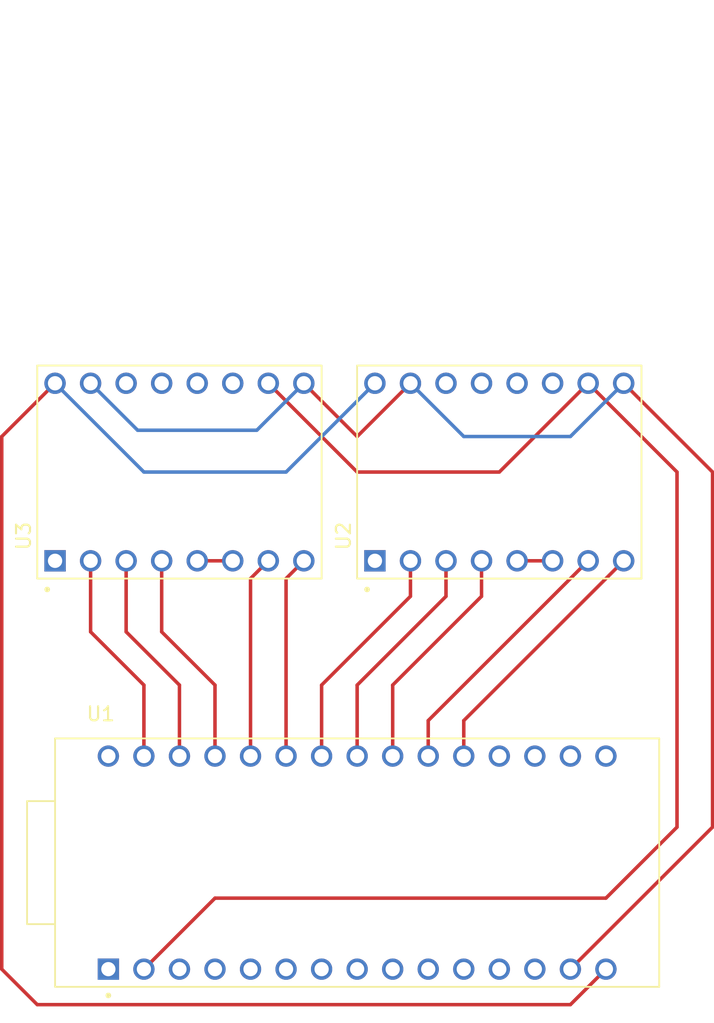
<source format=kicad_pcb>
(kicad_pcb (version 20221018) (generator pcbnew)
  (layers (0 "F.Cu" signal) (31 "B.Cu" signal) (34 "B.Paste" user) (35 "F.Paste" user) (36 "B.SilkS" user "B.Silkscreen") (37 "F.SilkS" user "F.Silkscreen") (38 "B.Mask" user) (39 "F.Mask" user) (44 "Edge.Cuts" user))
  (net 0 "")
  (net 2 "Net-(J1-Pin_3)")
  (net 3 "Net-(J1-Pin_4)")
  (net 4 "Net-(J1-Pin_2)")
  (net 5 "Net-(J1-Pin_1)")
  (net 23 "VDD")
  (net 24 "GND")
  (net 25 "VCC")
  (net 26 "Net-(U2-~{RESET})")
  (net 27 "Net-(U3-~{RESET})")
  (net 28 "/D2")
  (net 29 "/D3")
  (net 30 "/D4")
  (net 31 "/D5")
  (net 32 "/D6")
  (net 33 "/D7")
  (net 34 "/D8")
  (net 35 "/D9")
  (net 36 "/D10")
  (net 37 "/D11")
  (net 38 "Net-(J3-Pin_2)")
  (net 39 "Net-(J3-Pin_1)")
  (net 40 "Net-(J3-Pin_3)")
  (net 41 "Net-(J3-Pin_4)")
  (footprint "A4988_STEPPER_MOTOR_DRIVER_CARRIER:MODULE_A4988_STEPPER_MOTOR_DRIVER_CARRIER" (layer "F.Cu") (at 142.24 99.06 90)
    (fp_text reference "U3" (at -4.575 -11.135 90) (layer "F.SilkS"))
    (fp_text value "A4988_STEPPER_MOTOR_DRIVER_CARRIER")
    (fp_line (start -7.62 -10.16) (end 7.62 -10.16) (stroke (width 0.127)) (layer "F.SilkS"))
    (fp_line (start -7.62 10.16) (end -7.62 -10.16) (stroke (width 0.127)) (layer "F.SilkS"))
    (fp_line (start 7.62 -10.16) (end 7.62 10.16) (stroke (width 0.127)) (layer "F.SilkS"))
    (fp_line (start 7.62 10.16) (end -7.62 10.16) (stroke (width 0.127)) (layer "F.SilkS"))
    (fp_circle (center -8.4 -9.45) (end -8.3 -9.45) (stroke (width 0.2)) (fill none) (layer "F.SilkS"))
    (pad "1" thru_hole rect (at -6.35 -8.89 90) (size 1.53 1.53) (drill 1.02) (layers "*.Cu" "*.Mask"))
    (pad "2" thru_hole circle (at -6.35 -6.35 90) (size 1.53 1.53) (drill 1.02) (layers "*.Cu" "*.Mask") (net 37 "/D11"))
    (pad "3" thru_hole circle (at -6.35 -3.81 90) (size 1.53 1.53) (drill 1.02) (layers "*.Cu" "*.Mask") (net 36 "/D10"))
    (pad "4" thru_hole circle (at -6.35 -1.27 90) (size 1.53 1.53) (drill 1.02) (layers "*.Cu" "*.Mask") (net 35 "/D9"))
    (pad "5" thru_hole circle (at -6.35 1.27 90) (size 1.53 1.53) (drill 1.02) (layers "*.Cu" "*.Mask") (net 27 "Net-(U3-~{RESET})"))
    (pad "6" thru_hole circle (at -6.35 3.81 90) (size 1.53 1.53) (drill 1.02) (layers "*.Cu" "*.Mask") (net 27 "Net-(U3-~{RESET})"))
    (pad "7" thru_hole circle (at -6.35 6.35 90) (size 1.53 1.53) (drill 1.02) (layers "*.Cu" "*.Mask") (net 34 "/D8"))
    (pad "8" thru_hole circle (at -6.35 8.89 90) (size 1.53 1.53) (drill 1.02) (layers "*.Cu" "*.Mask") (net 33 "/D7"))
    (pad "9" thru_hole circle (at 6.35 8.89 90) (size 1.53 1.53) (drill 1.02) (layers "*.Cu" "*.Mask") (net 24 "GND"))
    (pad "10" thru_hole circle (at 6.35 6.35 90) (size 1.53 1.53) (drill 1.02) (layers "*.Cu" "*.Mask") (net 23 "VDD"))
    (pad "11" thru_hole circle (at 6.35 3.81 90) (size 1.53 1.53) (drill 1.02) (layers "*.Cu" "*.Mask") (net 4 "Net-(J1-Pin_2)"))
    (pad "12" thru_hole circle (at 6.35 1.27 90) (size 1.53 1.53) (drill 1.02) (layers "*.Cu" "*.Mask") (net 5 "Net-(J1-Pin_1)"))
    (pad "13" thru_hole circle (at 6.35 -1.27 90) (size 1.53 1.53) (drill 1.02) (layers "*.Cu" "*.Mask") (net 2 "Net-(J1-Pin_3)"))
    (pad "14" thru_hole circle (at 6.35 -3.81 90) (size 1.53 1.53) (drill 1.02) (layers "*.Cu" "*.Mask") (net 3 "Net-(J1-Pin_4)"))
    (pad "15" thru_hole circle (at 6.35 -6.35 90) (size 1.53 1.53) (drill 1.02) (layers "*.Cu" "*.Mask") (net 24 "GND"))
    (pad "16" thru_hole circle (at 6.35 -8.89 90) (size 1.53 1.53) (drill 1.02) (layers "*.Cu" "*.Mask") (net 25 "VCC"))
  )
  (footprint "A4988_STEPPER_MOTOR_DRIVER_CARRIER:MODULE_A4988_STEPPER_MOTOR_DRIVER_CARRIER" (layer "F.Cu") (at 165.1 99.06 90)
    (fp_text reference "U2" (at -4.575 -11.135 90) (layer "F.SilkS"))
    (fp_text value "A4988_STEPPER_MOTOR_DRIVER_CARRIER")
    (fp_line (start -7.62 -10.16) (end 7.62 -10.16) (stroke (width 0.127)) (layer "F.SilkS"))
    (fp_line (start -7.62 10.16) (end -7.62 -10.16) (stroke (width 0.127)) (layer "F.SilkS"))
    (fp_line (start 7.62 -10.16) (end 7.62 10.16) (stroke (width 0.127)) (layer "F.SilkS"))
    (fp_line (start 7.62 10.16) (end -7.62 10.16) (stroke (width 0.127)) (layer "F.SilkS"))
    (fp_circle (center -8.4 -9.45) (end -8.3 -9.45) (stroke (width 0.2)) (fill none) (layer "F.SilkS"))
    (pad "1" thru_hole rect (at -6.35 -8.89 90) (size 1.53 1.53) (drill 1.02) (layers "*.Cu" "*.Mask"))
    (pad "2" thru_hole circle (at -6.35 -6.35 90) (size 1.53 1.53) (drill 1.02) (layers "*.Cu" "*.Mask") (net 32 "/D6"))
    (pad "3" thru_hole circle (at -6.35 -3.81 90) (size 1.53 1.53) (drill 1.02) (layers "*.Cu" "*.Mask") (net 31 "/D5"))
    (pad "4" thru_hole circle (at -6.35 -1.27 90) (size 1.53 1.53) (drill 1.02) (layers "*.Cu" "*.Mask") (net 30 "/D4"))
    (pad "5" thru_hole circle (at -6.35 1.27 90) (size 1.53 1.53) (drill 1.02) (layers "*.Cu" "*.Mask") (net 26 "Net-(U2-~{RESET})"))
    (pad "6" thru_hole circle (at -6.35 3.81 90) (size 1.53 1.53) (drill 1.02) (layers "*.Cu" "*.Mask") (net 26 "Net-(U2-~{RESET})"))
    (pad "7" thru_hole circle (at -6.35 6.35 90) (size 1.53 1.53) (drill 1.02) (layers "*.Cu" "*.Mask") (net 29 "/D3"))
    (pad "8" thru_hole circle (at -6.35 8.89 90) (size 1.53 1.53) (drill 1.02) (layers "*.Cu" "*.Mask") (net 28 "/D2"))
    (pad "9" thru_hole circle (at 6.35 8.89 90) (size 1.53 1.53) (drill 1.02) (layers "*.Cu" "*.Mask") (net 24 "GND"))
    (pad "10" thru_hole circle (at 6.35 6.35 90) (size 1.53 1.53) (drill 1.02) (layers "*.Cu" "*.Mask") (net 23 "VDD"))
    (pad "11" thru_hole circle (at 6.35 3.81 90) (size 1.53 1.53) (drill 1.02) (layers "*.Cu" "*.Mask") (net 38 "Net-(J3-Pin_2)"))
    (pad "12" thru_hole circle (at 6.35 1.27 90) (size 1.53 1.53) (drill 1.02) (layers "*.Cu" "*.Mask") (net 39 "Net-(J3-Pin_1)"))
    (pad "13" thru_hole circle (at 6.35 -1.27 90) (size 1.53 1.53) (drill 1.02) (layers "*.Cu" "*.Mask") (net 40 "Net-(J3-Pin_3)"))
    (pad "14" thru_hole circle (at 6.35 -3.81 90) (size 1.53 1.53) (drill 1.02) (layers "*.Cu" "*.Mask") (net 41 "Net-(J3-Pin_4)"))
    (pad "15" thru_hole circle (at 6.35 -6.35 90) (size 1.53 1.53) (drill 1.02) (layers "*.Cu" "*.Mask") (net 24 "GND"))
    (pad "16" thru_hole circle (at 6.35 -8.89 90) (size 1.53 1.53) (drill 1.02) (layers "*.Cu" "*.Mask") (net 25 "VCC"))
  )
  (footprint "ABX00053:MODULE_ABX00053" (layer "F.Cu") (at 154.94 127)
    (fp_text reference "U1" (at -18.325 -10.635) (layer "F.SilkS"))
    (fp_text value "ABX00053")
    (fp_line (start -23.59 -4.4) (end -23.59 4.4) (stroke (width 0.127)) (layer "F.SilkS"))
    (fp_line (start -23.59 4.4) (end -21.59 4.4) (stroke (width 0.127)) (layer "F.SilkS"))
    (fp_line (start -21.59 -8.885) (end -21.59 -4.4) (stroke (width 0.127)) (layer "F.SilkS"))
    (fp_line (start -21.59 -4.4) (end -23.59 -4.4) (stroke (width 0.127)) (layer "F.SilkS"))
    (fp_line (start -21.59 -4.4) (end -21.59 4.4) (stroke (width 0.127)) (layer "F.SilkS"))
    (fp_line (start -21.59 4.4) (end -21.59 8.885) (stroke (width 0.127)) (layer "F.SilkS"))
    (fp_line (start -21.59 8.885) (end 21.59 8.885) (stroke (width 0.127)) (layer "F.SilkS"))
    (fp_line (start 21.59 -8.885) (end -21.59 -8.885) (stroke (width 0.127)) (layer "F.SilkS"))
    (fp_line (start 21.59 8.885) (end 21.59 -8.885) (stroke (width 0.127)) (layer "F.SilkS"))
    (fp_circle (center -17.78 9.5) (end -17.68 9.5) (stroke (width 0.2)) (fill none) (layer "F.SilkS"))
    (pad "" np_thru_hole circle (at -20.32 -7.62) (size 1.65 1.65) (drill 1.65) (layers "*.Cu" "*.Mask"))
    (pad "" np_thru_hole circle (at -20.32 7.62) (size 1.65 1.65) (drill 1.65) (layers "*.Cu" "*.Mask"))
    (pad "" np_thru_hole circle (at 20.32 -7.62) (size 1.65 1.65) (drill 1.65) (layers "*.Cu" "*.Mask"))
    (pad "" np_thru_hole circle (at 20.32 7.62) (size 1.65 1.65) (drill 1.65) (layers "*.Cu" "*.Mask"))
    (pad "1" thru_hole rect (at -17.78 7.62) (size 1.524 1.524) (drill 1.016) (layers "*.Cu" "*.Mask"))
    (pad "2" thru_hole circle (at -15.24 7.62) (size 1.524 1.524) (drill 1.016) (layers "*.Cu" "*.Mask") (net 23 "VDD"))
    (pad "3" thru_hole circle (at -12.7 7.62) (size 1.524 1.524) (drill 1.016) (layers "*.Cu" "*.Mask"))
    (pad "4" thru_hole circle (at -10.16 7.62) (size 1.524 1.524) (drill 1.016) (layers "*.Cu" "*.Mask"))
    (pad "5" thru_hole circle (at -7.62 7.62) (size 1.524 1.524) (drill 1.016) (layers "*.Cu" "*.Mask"))
    (pad "6" thru_hole circle (at -5.08 7.62) (size 1.524 1.524) (drill 1.016) (layers "*.Cu" "*.Mask"))
    (pad "7" thru_hole circle (at -2.54 7.62) (size 1.524 1.524) (drill 1.016) (layers "*.Cu" "*.Mask"))
    (pad "8" thru_hole circle (at 0 7.62) (size 1.524 1.524) (drill 1.016) (layers "*.Cu" "*.Mask"))
    (pad "9" thru_hole circle (at 2.54 7.62) (size 1.524 1.524) (drill 1.016) (layers "*.Cu" "*.Mask"))
    (pad "10" thru_hole circle (at 5.08 7.62) (size 1.524 1.524) (drill 1.016) (layers "*.Cu" "*.Mask"))
    (pad "11" thru_hole circle (at 7.62 7.62) (size 1.524 1.524) (drill 1.016) (layers "*.Cu" "*.Mask"))
    (pad "12" thru_hole circle (at 10.16 7.62) (size 1.524 1.524) (drill 1.016) (layers "*.Cu" "*.Mask"))
    (pad "13" thru_hole circle (at 12.7 7.62) (size 1.524 1.524) (drill 1.016) (layers "*.Cu" "*.Mask"))
    (pad "14" thru_hole circle (at 15.24 7.62) (size 1.524 1.524) (drill 1.016) (layers "*.Cu" "*.Mask") (net 24 "GND"))
    (pad "15" thru_hole circle (at 17.78 7.62) (size 1.524 1.524) (drill 1.016) (layers "*.Cu" "*.Mask") (net 25 "VCC"))
    (pad "16" thru_hole circle (at 17.78 -7.62) (size 1.524 1.524) (drill 1.016) (layers "*.Cu" "*.Mask"))
    (pad "17" thru_hole circle (at 15.24 -7.62) (size 1.524 1.524) (drill 1.016) (layers "*.Cu" "*.Mask"))
    (pad "18" thru_hole circle (at 12.7 -7.62) (size 1.524 1.524) (drill 1.016) (layers "*.Cu" "*.Mask"))
    (pad "19" thru_hole circle (at 10.16 -7.62) (size 1.524 1.524) (drill 1.016) (layers "*.Cu" "*.Mask") (net 24 "GND"))
    (pad "20" thru_hole circle (at 7.62 -7.62) (size 1.524 1.524) (drill 1.016) (layers "*.Cu" "*.Mask") (net 28 "/D2"))
    (pad "21" thru_hole circle (at 5.08 -7.62) (size 1.524 1.524) (drill 1.016) (layers "*.Cu" "*.Mask") (net 29 "/D3"))
    (pad "22" thru_hole circle (at 2.54 -7.62) (size 1.524 1.524) (drill 1.016) (layers "*.Cu" "*.Mask") (net 30 "/D4"))
    (pad "23" thru_hole circle (at 0 -7.62) (size 1.524 1.524) (drill 1.016) (layers "*.Cu" "*.Mask") (net 31 "/D5"))
    (pad "24" thru_hole circle (at -2.54 -7.62) (size 1.524 1.524) (drill 1.016) (layers "*.Cu" "*.Mask") (net 32 "/D6"))
    (pad "25" thru_hole circle (at -5.08 -7.62) (size 1.524 1.524) (drill 1.016) (layers "*.Cu" "*.Mask") (net 33 "/D7"))
    (pad "26" thru_hole circle (at -7.62 -7.62) (size 1.524 1.524) (drill 1.016) (layers "*.Cu" "*.Mask") (net 34 "/D8"))
    (pad "27" thru_hole circle (at -10.16 -7.62) (size 1.524 1.524) (drill 1.016) (layers "*.Cu" "*.Mask") (net 35 "/D9"))
    (pad "28" thru_hole circle (at -12.7 -7.62) (size 1.524 1.524) (drill 1.016) (layers "*.Cu" "*.Mask") (net 36 "/D10"))
    (pad "29" thru_hole circle (at -15.24 -7.62) (size 1.524 1.524) (drill 1.016) (layers "*.Cu" "*.Mask") (net 37 "/D11"))
    (pad "30" thru_hole circle (at -17.78 -7.62) (size 1.524 1.524) (drill 1.016) (layers "*.Cu" "*.Mask"))
  )
  (segment (start 154.94 99.06) (end 148.59 92.71) (width 0.25) (layer "F.Cu") (net 23))
  (segment (start 165.1 99.06) (end 154.94 99.06) (width 0.25) (layer "F.Cu") (net 23))
  (segment (start 177.8 99.06) (end 177.8 124.46) (width 0.25) (layer "F.Cu") (net 23))
  (segment (start 177.8 124.46) (end 172.72 129.54) (width 0.25) (layer "F.Cu") (net 23))
  (segment (start 171.45 92.71) (end 165.1 99.06) (width 0.25) (layer "F.Cu") (net 23))
  (segment (start 171.45 92.71) (end 177.8 99.06) (width 0.25) (layer "F.Cu") (net 23))
  (segment (start 144.78 129.54) (end 139.7 134.62) (width 0.25) (layer "F.Cu") (net 23))
  (segment (start 172.72 129.54) (end 144.78 129.54) (width 0.25) (layer "F.Cu") (net 23))
  (segment (start 170.18 134.62) (end 180.34 124.46) (width 0.25) (layer "F.Cu") (net 24))
  (segment (start 180.34 124.46) (end 180.34 99.06) (width 0.25) (layer "F.Cu") (net 24))
  (segment (start 180.34 99.06) (end 173.99 92.71) (width 0.25) (layer "F.Cu") (net 24))
  (segment (start 154.94 96.52) (end 158.75 92.71) (width 0.25) (layer "F.Cu") (net 24))
  (segment (start 151.13 92.71) (end 154.94 96.52) (width 0.25) (layer "F.Cu") (net 24))
  (segment (start 139.25 96.07) (end 147.77 96.07) (width 0.25) (layer "B.Cu") (net 24))
  (segment (start 162.56 96.52) (end 170.18 96.52) (width 0.25) (layer "B.Cu") (net 24))
  (segment (start 135.89 92.71) (end 139.25 96.07) (width 0.25) (layer "B.Cu") (net 24))
  (segment (start 147.77 96.07) (end 151.13 92.71) (width 0.25) (layer "B.Cu") (net 24))
  (segment (start 158.75 92.71) (end 162.56 96.52) (width 0.25) (layer "B.Cu") (net 24))
  (segment (start 170.18 96.52) (end 173.99 92.71) (width 0.25) (layer "B.Cu") (net 24))
  (segment (start 132.08 137.16) (end 170.18 137.16) (width 0.25) (layer "F.Cu") (net 25))
  (segment (start 133.35 92.71) (end 129.54 96.52) (width 0.25) (layer "F.Cu") (net 25))
  (segment (start 129.54 134.62) (end 132.08 137.16) (width 0.25) (layer "F.Cu") (net 25))
  (segment (start 170.18 137.16) (end 172.72 134.62) (width 0.25) (layer "F.Cu") (net 25))
  (segment (start 129.54 96.52) (end 129.54 134.62) (width 0.25) (layer "F.Cu") (net 25))
  (segment (start 139.7 99.06) (end 149.86 99.06) (width 0.25) (layer "B.Cu") (net 25))
  (segment (start 149.86 99.06) (end 156.21 92.71) (width 0.25) (layer "B.Cu") (net 25))
  (segment (start 133.35 92.71) (end 139.7 99.06) (width 0.25) (layer "B.Cu") (net 25))
  (segment (start 166.37 105.41) (end 168.91 105.41) (width 0.25) (layer "F.Cu") (net 26))
  (segment (start 143.51 105.41) (end 146.05 105.41) (width 0.25) (layer "F.Cu") (net 27))
  (segment (start 162.56 116.84) (end 162.56 119.38) (width 0.25) (layer "F.Cu") (net 28))
  (segment (start 173.99 105.41) (end 162.56 116.84) (width 0.25) (layer "F.Cu") (net 28))
  (segment (start 160.02 116.84) (end 160.02 119.38) (width 0.25) (layer "F.Cu") (net 29))
  (segment (start 171.45 105.41) (end 160.02 116.84) (width 0.25) (layer "F.Cu") (net 29))
  (segment (start 157.48 114.3) (end 157.48 119.38) (width 0.25) (layer "F.Cu") (net 30))
  (segment (start 163.83 105.41) (end 163.83 107.95) (width 0.25) (layer "F.Cu") (net 30))
  (segment (start 163.83 107.95) (end 157.48 114.3) (width 0.25) (layer "F.Cu") (net 30))
  (segment (start 154.94 114.3) (end 154.94 119.38) (width 0.25) (layer "F.Cu") (net 31))
  (segment (start 161.29 105.41) (end 161.29 107.95) (width 0.25) (layer "F.Cu") (net 31))
  (segment (start 161.29 107.95) (end 154.94 114.3) (width 0.25) (layer "F.Cu") (net 31))
  (segment (start 158.75 105.41) (end 158.75 107.95) (width 0.25) (layer "F.Cu") (net 32))
  (segment (start 152.4 114.3) (end 152.4 119.38) (width 0.25) (layer "F.Cu") (net 32))
  (segment (start 158.75 107.95) (end 152.4 114.3) (width 0.25) (layer "F.Cu") (net 32))
  (segment (start 151.13 105.41) (end 149.86 106.68) (width 0.25) (layer "F.Cu") (net 33))
  (segment (start 149.86 106.68) (end 149.86 119.38) (width 0.25) (layer "F.Cu") (net 33))
  (segment (start 147.32 106.68) (end 147.32 119.38) (width 0.25) (layer "F.Cu") (net 34))
  (segment (start 148.59 105.41) (end 147.32 106.68) (width 0.25) (layer "F.Cu") (net 34))
  (segment (start 140.97 105.41) (end 140.97 110.49) (width 0.25) (layer "F.Cu") (net 35))
  (segment (start 140.97 110.49) (end 144.78 114.3) (width 0.25) (layer "F.Cu") (net 35))
  (segment (start 144.78 114.3) (end 144.78 119.38) (width 0.25) (layer "F.Cu") (net 35))
  (segment (start 138.43 110.49) (end 142.24 114.3) (width 0.25) (layer "F.Cu") (net 36))
  (segment (start 138.43 105.41) (end 138.43 110.49) (width 0.25) (layer "F.Cu") (net 36))
  (segment (start 142.24 114.3) (end 142.24 119.38) (width 0.25) (layer "F.Cu") (net 36))
  (segment (start 139.7 114.3) (end 139.7 119.38) (width 0.25) (layer "F.Cu") (net 37))
  (segment (start 135.89 105.41) (end 135.89 110.49) (width 0.25) (layer "F.Cu") (net 37))
  (segment (start 135.89 110.49) (end 139.7 114.3) (width 0.25) (layer "F.Cu") (net 37))
)
</source>
